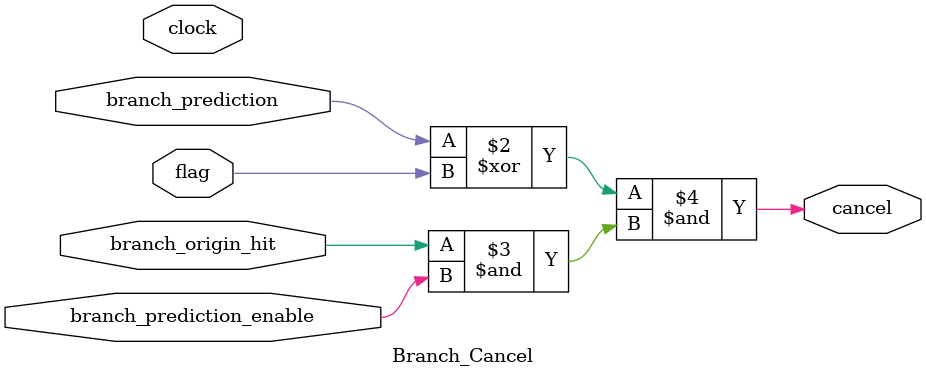
<source format=v>


module Branch_Cancel
// #(
// )
(
    input   wire        clock,
    input   wire        branch_prediction,
    input   wire        branch_prediction_enable,
    input   wire        branch_origin_hit,
    input   wire        flag,
    output  reg         cancel
);

    initial begin
        cancel = 0;
    end

    // Basically, if we *can* branch and predict, then cancel if the branch
    // prediction and the branch flag don't agree.

    // Inputs from stage 3, outputs at stage 4
    // always @(posedge clock) begin
    // Inputs from stage 3, outputs at stage 3
    always @(*) begin
        cancel <= (branch_prediction ^ flag) & (branch_origin_hit & branch_prediction_enable);
    end

endmodule

</source>
